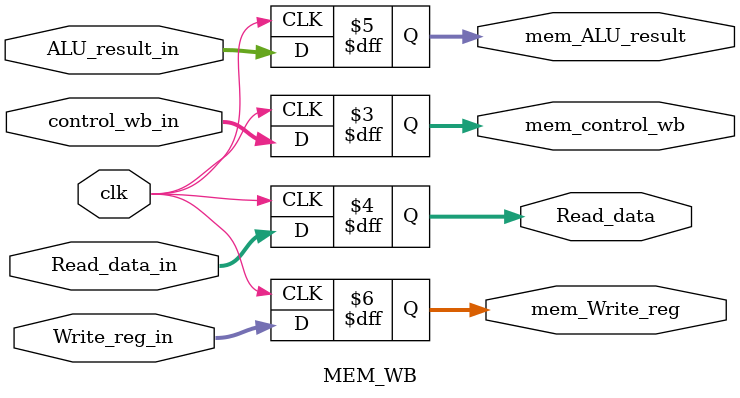
<source format=v>


module MEM_WB(
	input clk,
	input  [1:0]  control_wb_in,
	input  [31:0] Read_data_in,
	input  [31:0] ALU_result_in,
	input  [4:0]  Write_reg_in,
	output reg [1:0]  mem_control_wb,
	output reg [31:0] Read_data,
	output reg [31:0] mem_ALU_result,
	output reg [4:0]  mem_Write_reg);

	initial
		begin
			mem_control_wb <= 0;
			Read_data      <= 0;
			mem_ALU_result <= 0;
			mem_Write_reg  <= 0;
		end
		
	always @ (posedge clk)
		begin
			mem_control_wb <= control_wb_in;
			Read_data      <= Read_data_in;
			mem_ALU_result <= ALU_result_in;
			mem_Write_reg  <= Write_reg_in;
		end
endmodule

</source>
